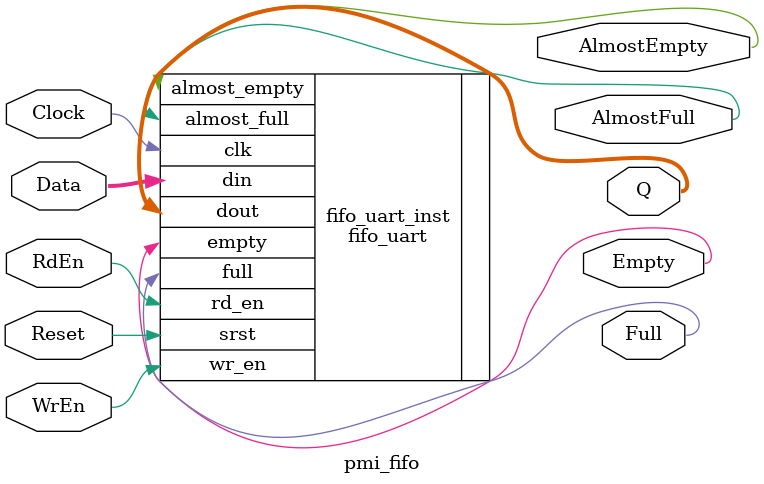
<source format=v>

`timescale 1ns / 1ps
module pmi_fifo #(
	parameter pmi_data_width = 8,
	parameter pmi_data_depth = 16,
	parameter pmi_full_flag = 16,
	parameter pmi_empty_flag = 0,
	parameter pmi_almost_full_flag = 1,
	parameter pmi_almost_empty_flag = 0,
	parameter pmi_regmode = "noreg",
	parameter pmi_family = 0,
	parameter module_type = "pmi_fifo",
	parameter pmi_implementation = "LUT"
)(
	input wire [pmi_data_width - 1 : 0] Data,
	input wire Clock,
	input wire WrEn,
	input wire RdEn,
	input wire Reset,
	output wire [pmi_data_width - 1 : 0] Q,
	output wire Empty,
	output wire Full,
	output wire AlmostEmpty,
	output wire AlmostFull
);   

fifo_uart fifo_uart_inst(
	.clk(Clock),
	.srst(Reset),
	.din(Data),
	.wr_en(WrEn),
	.rd_en(RdEn),
	.dout(Q),
	.full(Full),
	.almost_full(AlmostFull),
	.empty(Empty),
	.almost_empty(AlmostEmpty)
);

endmodule

</source>
